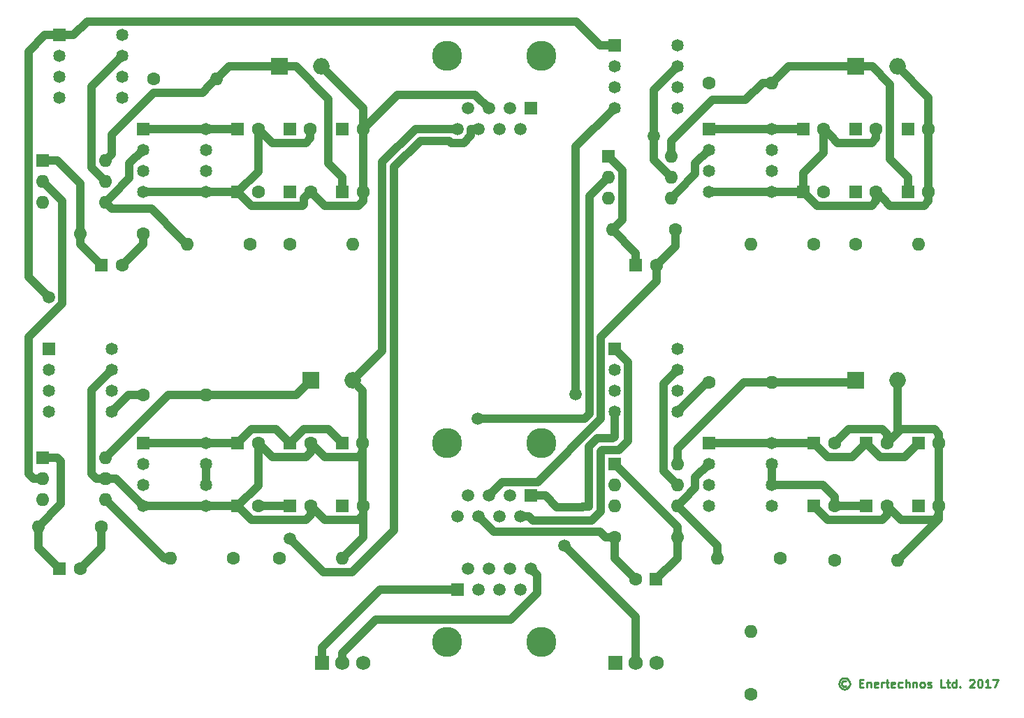
<source format=gbr>
G04 #@! TF.FileFunction,Copper,L1,Top,Signal*
%FSLAX46Y46*%
G04 Gerber Fmt 4.6, Leading zero omitted, Abs format (unit mm)*
G04 Created by KiCad (PCBNEW 4.0.7) date 01/04/18 11:13:10*
%MOMM*%
%LPD*%
G01*
G04 APERTURE LIST*
%ADD10C,0.100000*%
%ADD11C,0.250000*%
%ADD12R,1.750000X1.750000*%
%ADD13C,1.750000*%
%ADD14C,1.600000*%
%ADD15O,1.600000X1.600000*%
%ADD16R,1.600000X1.600000*%
%ADD17R,2.000000X2.000000*%
%ADD18O,2.000000X2.000000*%
%ADD19R,1.485900X1.485900*%
%ADD20C,1.485900*%
%ADD21C,3.650000*%
%ADD22R,1.500000X1.500000*%
%ADD23C,1.500000*%
%ADD24C,1.000000*%
G04 APERTURE END LIST*
D10*
D11*
X105514284Y4119524D02*
X105419046Y4167143D01*
X105228570Y4167143D01*
X105133332Y4119524D01*
X105038094Y4024286D01*
X104990475Y3929048D01*
X104990475Y3738571D01*
X105038094Y3643333D01*
X105133332Y3548095D01*
X105228570Y3500476D01*
X105419046Y3500476D01*
X105514284Y3548095D01*
X105323808Y4500476D02*
X105085713Y4452857D01*
X104847617Y4310000D01*
X104704760Y4071905D01*
X104657141Y3833810D01*
X104704760Y3595714D01*
X104847617Y3357619D01*
X105085713Y3214762D01*
X105323808Y3167143D01*
X105561903Y3214762D01*
X105799998Y3357619D01*
X105942855Y3595714D01*
X105990475Y3833810D01*
X105942855Y4071905D01*
X105799998Y4310000D01*
X105561903Y4452857D01*
X105323808Y4500476D01*
X107180951Y3881429D02*
X107514285Y3881429D01*
X107657142Y3357619D02*
X107180951Y3357619D01*
X107180951Y4357619D01*
X107657142Y4357619D01*
X108085713Y4024286D02*
X108085713Y3357619D01*
X108085713Y3929048D02*
X108133332Y3976667D01*
X108228570Y4024286D01*
X108371428Y4024286D01*
X108466666Y3976667D01*
X108514285Y3881429D01*
X108514285Y3357619D01*
X109371428Y3405238D02*
X109276190Y3357619D01*
X109085713Y3357619D01*
X108990475Y3405238D01*
X108942856Y3500476D01*
X108942856Y3881429D01*
X108990475Y3976667D01*
X109085713Y4024286D01*
X109276190Y4024286D01*
X109371428Y3976667D01*
X109419047Y3881429D01*
X109419047Y3786190D01*
X108942856Y3690952D01*
X109847618Y3357619D02*
X109847618Y4024286D01*
X109847618Y3833810D02*
X109895237Y3929048D01*
X109942856Y3976667D01*
X110038094Y4024286D01*
X110133333Y4024286D01*
X110323809Y4024286D02*
X110704761Y4024286D01*
X110466666Y4357619D02*
X110466666Y3500476D01*
X110514285Y3405238D01*
X110609523Y3357619D01*
X110704761Y3357619D01*
X111419048Y3405238D02*
X111323810Y3357619D01*
X111133333Y3357619D01*
X111038095Y3405238D01*
X110990476Y3500476D01*
X110990476Y3881429D01*
X111038095Y3976667D01*
X111133333Y4024286D01*
X111323810Y4024286D01*
X111419048Y3976667D01*
X111466667Y3881429D01*
X111466667Y3786190D01*
X110990476Y3690952D01*
X112323810Y3405238D02*
X112228572Y3357619D01*
X112038095Y3357619D01*
X111942857Y3405238D01*
X111895238Y3452857D01*
X111847619Y3548095D01*
X111847619Y3833810D01*
X111895238Y3929048D01*
X111942857Y3976667D01*
X112038095Y4024286D01*
X112228572Y4024286D01*
X112323810Y3976667D01*
X112752381Y3357619D02*
X112752381Y4357619D01*
X113180953Y3357619D02*
X113180953Y3881429D01*
X113133334Y3976667D01*
X113038096Y4024286D01*
X112895238Y4024286D01*
X112800000Y3976667D01*
X112752381Y3929048D01*
X113657143Y4024286D02*
X113657143Y3357619D01*
X113657143Y3929048D02*
X113704762Y3976667D01*
X113800000Y4024286D01*
X113942858Y4024286D01*
X114038096Y3976667D01*
X114085715Y3881429D01*
X114085715Y3357619D01*
X114704762Y3357619D02*
X114609524Y3405238D01*
X114561905Y3452857D01*
X114514286Y3548095D01*
X114514286Y3833810D01*
X114561905Y3929048D01*
X114609524Y3976667D01*
X114704762Y4024286D01*
X114847620Y4024286D01*
X114942858Y3976667D01*
X114990477Y3929048D01*
X115038096Y3833810D01*
X115038096Y3548095D01*
X114990477Y3452857D01*
X114942858Y3405238D01*
X114847620Y3357619D01*
X114704762Y3357619D01*
X115419048Y3405238D02*
X115514286Y3357619D01*
X115704762Y3357619D01*
X115800001Y3405238D01*
X115847620Y3500476D01*
X115847620Y3548095D01*
X115800001Y3643333D01*
X115704762Y3690952D01*
X115561905Y3690952D01*
X115466667Y3738571D01*
X115419048Y3833810D01*
X115419048Y3881429D01*
X115466667Y3976667D01*
X115561905Y4024286D01*
X115704762Y4024286D01*
X115800001Y3976667D01*
X117514287Y3357619D02*
X117038096Y3357619D01*
X117038096Y4357619D01*
X117704763Y4024286D02*
X118085715Y4024286D01*
X117847620Y4357619D02*
X117847620Y3500476D01*
X117895239Y3405238D01*
X117990477Y3357619D01*
X118085715Y3357619D01*
X118847621Y3357619D02*
X118847621Y4357619D01*
X118847621Y3405238D02*
X118752383Y3357619D01*
X118561906Y3357619D01*
X118466668Y3405238D01*
X118419049Y3452857D01*
X118371430Y3548095D01*
X118371430Y3833810D01*
X118419049Y3929048D01*
X118466668Y3976667D01*
X118561906Y4024286D01*
X118752383Y4024286D01*
X118847621Y3976667D01*
X119323811Y3452857D02*
X119371430Y3405238D01*
X119323811Y3357619D01*
X119276192Y3405238D01*
X119323811Y3452857D01*
X119323811Y3357619D01*
X120514287Y4262381D02*
X120561906Y4310000D01*
X120657144Y4357619D01*
X120895240Y4357619D01*
X120990478Y4310000D01*
X121038097Y4262381D01*
X121085716Y4167143D01*
X121085716Y4071905D01*
X121038097Y3929048D01*
X120466668Y3357619D01*
X121085716Y3357619D01*
X121704763Y4357619D02*
X121800002Y4357619D01*
X121895240Y4310000D01*
X121942859Y4262381D01*
X121990478Y4167143D01*
X122038097Y3976667D01*
X122038097Y3738571D01*
X121990478Y3548095D01*
X121942859Y3452857D01*
X121895240Y3405238D01*
X121800002Y3357619D01*
X121704763Y3357619D01*
X121609525Y3405238D01*
X121561906Y3452857D01*
X121514287Y3548095D01*
X121466668Y3738571D01*
X121466668Y3976667D01*
X121514287Y4167143D01*
X121561906Y4262381D01*
X121609525Y4310000D01*
X121704763Y4357619D01*
X122990478Y3357619D02*
X122419049Y3357619D01*
X122704763Y3357619D02*
X122704763Y4357619D01*
X122609525Y4214762D01*
X122514287Y4119524D01*
X122419049Y4071905D01*
X123323811Y4357619D02*
X123990478Y4357619D01*
X123561906Y3357619D01*
D12*
X41990000Y6317436D03*
D13*
X44490000Y6317436D03*
X46990000Y6317436D03*
D12*
X77550000Y6350000D03*
D13*
X80050000Y6350000D03*
X82550000Y6350000D03*
D14*
X104140000Y18796000D03*
D15*
X111760000Y18796000D03*
D16*
X114300000Y33020000D03*
D14*
X116800000Y33020000D03*
D16*
X107990000Y33020000D03*
D14*
X110490000Y33020000D03*
D16*
X107990000Y25400000D03*
D14*
X110490000Y25400000D03*
D16*
X114300000Y25400000D03*
D14*
X116800000Y25400000D03*
D17*
X106680000Y40640000D03*
D18*
X111760000Y40640000D03*
D16*
X77470000Y30480000D03*
D15*
X85090000Y25400000D03*
X77470000Y27940000D03*
X85090000Y27940000D03*
X77470000Y25400000D03*
X85090000Y30480000D03*
D14*
X77470000Y21590000D03*
D15*
X85090000Y21590000D03*
D19*
X77470000Y44450000D03*
D20*
X77470000Y41910000D03*
X77470000Y39370000D03*
X77470000Y36830000D03*
X85090000Y36830000D03*
X85090000Y39370000D03*
X85090000Y41910000D03*
X85090000Y44450000D03*
D16*
X82510000Y16510000D03*
D14*
X80010000Y16510000D03*
X88900000Y40386000D03*
D15*
X96520000Y40386000D03*
D19*
X88900000Y33020000D03*
D20*
X88900000Y30480000D03*
X88900000Y27940000D03*
X88900000Y25400000D03*
X96520000Y25400000D03*
X96520000Y27940000D03*
X96520000Y30480000D03*
X96520000Y33020000D03*
D16*
X101640000Y33020000D03*
D14*
X104140000Y33020000D03*
D16*
X101640000Y25400000D03*
D14*
X104140000Y25400000D03*
X97536000Y19050000D03*
D15*
X89916000Y19050000D03*
D21*
X68580000Y8890000D03*
X57150000Y8890000D03*
D22*
X58420000Y15240000D03*
D23*
X59690000Y17780000D03*
X60960000Y15240000D03*
X62230000Y17780000D03*
X63500000Y15240000D03*
X64770000Y17780000D03*
X66040000Y15240000D03*
X67310000Y17780000D03*
D21*
X57150000Y33020000D03*
X68580000Y33020000D03*
D22*
X67310000Y26670000D03*
D23*
X66040000Y24130000D03*
X64770000Y26670000D03*
X63500000Y24130000D03*
X62230000Y26670000D03*
X60960000Y24130000D03*
X59690000Y26670000D03*
X58420000Y24130000D03*
D21*
X57150000Y80010000D03*
X68580000Y80010000D03*
D22*
X67310000Y73660000D03*
D23*
X66040000Y71120000D03*
X64770000Y73660000D03*
X63500000Y71120000D03*
X62230000Y73660000D03*
X60960000Y71120000D03*
X59690000Y73660000D03*
X58420000Y71120000D03*
D16*
X76708000Y67818000D03*
D15*
X84328000Y62738000D03*
X76708000Y65278000D03*
X84328000Y65278000D03*
X76708000Y62738000D03*
X84328000Y67818000D03*
D16*
X106680000Y71120000D03*
D14*
X109180000Y71120000D03*
D19*
X8890000Y44450000D03*
D20*
X8890000Y41910000D03*
X8890000Y39370000D03*
X8890000Y36830000D03*
X16510000Y36830000D03*
X16510000Y39370000D03*
X16510000Y41910000D03*
X16510000Y44450000D03*
D19*
X77470000Y81280000D03*
D20*
X77470000Y78740000D03*
X77470000Y76200000D03*
X77470000Y73660000D03*
X85090000Y73660000D03*
X85090000Y76200000D03*
X85090000Y78740000D03*
X85090000Y81280000D03*
D19*
X20320000Y33020000D03*
D20*
X20320000Y30480000D03*
X20320000Y27940000D03*
X20320000Y25400000D03*
X27940000Y25400000D03*
X27940000Y27940000D03*
X27940000Y30480000D03*
X27940000Y33020000D03*
D19*
X88900000Y71120000D03*
D20*
X88900000Y68580000D03*
X88900000Y66040000D03*
X88900000Y63500000D03*
X96520000Y63500000D03*
X96520000Y66040000D03*
X96520000Y68580000D03*
X96520000Y71120000D03*
D19*
X20320000Y71120000D03*
D20*
X20320000Y68580000D03*
X20320000Y66040000D03*
X20320000Y63500000D03*
X27940000Y63500000D03*
X27940000Y66040000D03*
X27940000Y68580000D03*
X27940000Y71120000D03*
D19*
X10160000Y82550000D03*
D20*
X10160000Y80010000D03*
X10160000Y77470000D03*
X10160000Y74930000D03*
X17780000Y74930000D03*
X17780000Y77470000D03*
X17780000Y80010000D03*
X17780000Y82550000D03*
D16*
X31790000Y71120000D03*
D14*
X34290000Y71120000D03*
D16*
X38100000Y71120000D03*
D14*
X40600000Y71120000D03*
D16*
X31790000Y63500000D03*
D14*
X34290000Y63500000D03*
D16*
X38140000Y63500000D03*
D14*
X40640000Y63500000D03*
D16*
X31790000Y33020000D03*
D14*
X34290000Y33020000D03*
D16*
X38140000Y33020000D03*
D14*
X40640000Y33020000D03*
D16*
X31790000Y25400000D03*
D14*
X34290000Y25400000D03*
D16*
X38140000Y25400000D03*
D14*
X40640000Y25400000D03*
D16*
X100330000Y71120000D03*
D14*
X102830000Y71120000D03*
D16*
X100330000Y63500000D03*
D14*
X102830000Y63500000D03*
D16*
X106680000Y63500000D03*
D14*
X109180000Y63500000D03*
X93980000Y2540000D03*
D15*
X93980000Y10160000D03*
D14*
X20320000Y58420000D03*
D15*
X12700000Y58420000D03*
D14*
X15240000Y22860000D03*
D15*
X7620000Y22860000D03*
D16*
X44490000Y63500000D03*
D14*
X46990000Y63500000D03*
D16*
X44490000Y71120000D03*
D14*
X46990000Y71120000D03*
D16*
X44490000Y25400000D03*
D14*
X46990000Y25400000D03*
D16*
X44450000Y33020000D03*
D14*
X46950000Y33020000D03*
D16*
X113030000Y63500000D03*
D14*
X115530000Y63500000D03*
D16*
X113030000Y71120000D03*
D14*
X115530000Y71120000D03*
X33274000Y57150000D03*
D15*
X25654000Y57150000D03*
D14*
X38100000Y57150000D03*
D15*
X45720000Y57150000D03*
D14*
X31242000Y19050000D03*
D15*
X23622000Y19050000D03*
D14*
X36830000Y19050000D03*
D15*
X44450000Y19050000D03*
D14*
X101600000Y57150000D03*
D15*
X93980000Y57150000D03*
D14*
X106680000Y57150000D03*
D15*
X114300000Y57150000D03*
D16*
X8128000Y67310000D03*
D15*
X15748000Y62230000D03*
X8128000Y64770000D03*
X15748000Y64770000D03*
X8128000Y62230000D03*
X15748000Y67310000D03*
D16*
X8128000Y31242000D03*
D15*
X15748000Y26162000D03*
X8128000Y28702000D03*
X15748000Y28702000D03*
X8128000Y26162000D03*
X15748000Y31242000D03*
D14*
X21590000Y77216000D03*
D15*
X29210000Y77216000D03*
D14*
X20320000Y38862000D03*
D15*
X27940000Y38862000D03*
D14*
X88900000Y76708000D03*
D15*
X96520000Y76708000D03*
D14*
X84836000Y58928000D03*
D15*
X77216000Y58928000D03*
D17*
X36830000Y78740000D03*
D18*
X41910000Y78740000D03*
D17*
X40640000Y40640000D03*
D18*
X45720000Y40640000D03*
D17*
X106680000Y78740000D03*
D18*
X111760000Y78740000D03*
D16*
X15280000Y54610000D03*
D14*
X17780000Y54610000D03*
D16*
X10200000Y17780000D03*
D14*
X12700000Y17780000D03*
D16*
X80050000Y54610000D03*
D14*
X82550000Y54610000D03*
D23*
X72777028Y38920345D03*
X8872624Y50739011D03*
X60868939Y36024095D03*
X38142002Y21382737D03*
X82231299Y70268626D03*
X71399475Y20592064D03*
D24*
X31790000Y71120000D02*
X27940000Y71120000D01*
X20320000Y71120000D02*
X27940000Y71120000D01*
X96520000Y71120000D02*
X100330000Y71120000D01*
X88900000Y71120000D02*
X96520000Y71120000D01*
X88900000Y40386000D02*
X88646000Y40386000D01*
X96520000Y33020000D02*
X88900000Y33020000D01*
X88646000Y40386000D02*
X85090000Y36830000D01*
X107990000Y33020000D02*
X109690001Y31319999D01*
X109690001Y31319999D02*
X112599999Y31319999D01*
X112599999Y31319999D02*
X114300000Y33020000D01*
X103340001Y31319999D02*
X106289999Y31319999D01*
X106289999Y31319999D02*
X107990000Y33020000D01*
X96520000Y33020000D02*
X101640000Y33020000D01*
X101640000Y33020000D02*
X103340001Y31319999D01*
X15748000Y62230000D02*
X16547999Y61430001D01*
X21373999Y61430001D02*
X24854001Y57949999D01*
X16547999Y61430001D02*
X21373999Y61430001D01*
X24854001Y57949999D02*
X25654000Y57150000D01*
X20320000Y68580000D02*
X18677049Y66937049D01*
X18677049Y66937049D02*
X18677049Y65159049D01*
X18677049Y65159049D02*
X16547999Y63029999D01*
X16547999Y63029999D02*
X15748000Y62230000D01*
X22860000Y19050000D02*
X23622000Y19050000D01*
X15748000Y26162000D02*
X22860000Y19050000D01*
X84328000Y62738000D02*
X84582000Y62738000D01*
X88900000Y68580000D02*
X87257049Y66937049D01*
X87257049Y66937049D02*
X87257049Y65667049D01*
X87257049Y65667049D02*
X85127999Y63537999D01*
X85127999Y63537999D02*
X84328000Y62738000D01*
X85090000Y25400000D02*
X89916000Y20574000D01*
X87257049Y28837049D02*
X87257049Y27567049D01*
X87257049Y27567049D02*
X85889999Y26199999D01*
X89916000Y20574000D02*
X89916000Y19050000D01*
X85889999Y26199999D02*
X85090000Y25400000D01*
X88900000Y30480000D02*
X87257049Y28837049D01*
X72777028Y68967028D02*
X72777028Y39981005D01*
X77470000Y73660000D02*
X72777028Y68967028D01*
X72777028Y39981005D02*
X72777028Y38920345D01*
X67310000Y26670000D02*
X69060000Y26670000D01*
X69060000Y26670000D02*
X70460010Y25269990D01*
X70460010Y25269990D02*
X73549881Y25269990D01*
X73549881Y25269990D02*
X73604505Y25324614D01*
X73604505Y25324614D02*
X74369989Y25324614D01*
X77227059Y33580011D02*
X75370096Y33580011D01*
X75370096Y33580011D02*
X74369989Y32579904D01*
X77470000Y33822953D02*
X77227059Y33580011D01*
X77470000Y36830000D02*
X77470000Y33822953D01*
X74369989Y32579904D02*
X74369989Y25324614D01*
X79112951Y42807049D02*
X77470000Y44450000D01*
X79112951Y33273919D02*
X79112951Y42807049D01*
X78019033Y32180001D02*
X79112951Y33273919D01*
X74667364Y23642076D02*
X75769999Y24744711D01*
X67100660Y24130000D02*
X67588584Y23642076D01*
X66040000Y24130000D02*
X67100660Y24130000D01*
X75769999Y24744711D02*
X75769999Y32000000D01*
X75769999Y32000000D02*
X75949999Y32180000D01*
X75949999Y32180000D02*
X78019033Y32180001D01*
X67588584Y23642076D02*
X74667364Y23642076D01*
X10160000Y82550000D02*
X11902950Y82550000D01*
X11902950Y82550000D02*
X13545901Y84192951D01*
X13545901Y84192951D02*
X72814099Y84192951D01*
X72814099Y84192951D02*
X75727050Y81280000D01*
X75727050Y81280000D02*
X77470000Y81280000D01*
X8122625Y51489010D02*
X8872624Y50739011D01*
X6427999Y53183636D02*
X8122625Y51489010D01*
X6427999Y80560949D02*
X6427999Y53183636D01*
X10160000Y82550000D02*
X8417050Y82550000D01*
X8417050Y82550000D02*
X6427999Y80560949D01*
X67310000Y17780000D02*
X68059999Y17030001D01*
X68059999Y17030001D02*
X68059999Y14817997D01*
X68059999Y14817997D02*
X64857003Y11615001D01*
X44490000Y7554872D02*
X44490000Y6317436D01*
X64857003Y11615001D02*
X48550129Y11615001D01*
X48550129Y11615001D02*
X44490000Y7554872D01*
X74427038Y36596781D02*
X73854352Y36024095D01*
X74427038Y62997038D02*
X74427038Y36596781D01*
X73854352Y36024095D02*
X61929599Y36024095D01*
X76708000Y65278000D02*
X74427038Y62997038D01*
X61929599Y36024095D02*
X60868939Y36024095D01*
X10522625Y49947010D02*
X6427999Y45852384D01*
X8128000Y64770000D02*
X10522625Y62375375D01*
X10522625Y62375375D02*
X10522625Y49947010D01*
X6996630Y28702000D02*
X8128000Y28702000D01*
X6427999Y45852384D02*
X6427999Y29270631D01*
X6427999Y29270631D02*
X6996630Y28702000D01*
X27940000Y33020000D02*
X31790000Y33020000D01*
X20320000Y33020000D02*
X27940000Y33020000D01*
X44450000Y33020000D02*
X42749999Y34720001D01*
X42749999Y34720001D02*
X39840001Y34720001D01*
X39840001Y34720001D02*
X38140000Y33020000D01*
X20320000Y38862000D02*
X18542000Y38862000D01*
X18542000Y38862000D02*
X16510000Y36830000D01*
X38140000Y33020000D02*
X36439999Y34720001D01*
X36439999Y34720001D02*
X33490001Y34720001D01*
X33490001Y34720001D02*
X31790000Y33020000D01*
X15748000Y67310000D02*
X16547999Y68109999D01*
X16547999Y68109999D02*
X16547999Y70453901D01*
X16547999Y70453901D02*
X21610097Y75515999D01*
X21610097Y75515999D02*
X27509999Y75515999D01*
X27509999Y75515999D02*
X28410001Y76416001D01*
X28410001Y76416001D02*
X29210000Y77216000D01*
X36830000Y78740000D02*
X30734000Y78740000D01*
X30734000Y78740000D02*
X29210000Y77216000D01*
X36830000Y78740000D02*
X38830000Y78740000D01*
X38830000Y78740000D02*
X42789999Y74780001D01*
X42789999Y74780001D02*
X42789999Y67000001D01*
X42789999Y67000001D02*
X44490000Y65300000D01*
X44490000Y65300000D02*
X44490000Y63500000D01*
X15748000Y31242000D02*
X23368000Y38862000D01*
X23368000Y38862000D02*
X27940000Y38862000D01*
X27940000Y38862000D02*
X38862000Y38862000D01*
X38862000Y38862000D02*
X40640000Y40640000D01*
X84328000Y67818000D02*
X84328000Y69653902D01*
X84328000Y69653902D02*
X89330280Y74656182D01*
X89330280Y74656182D02*
X93336812Y74656182D01*
X95388630Y76708000D02*
X96520000Y76708000D01*
X93336812Y74656182D02*
X95388630Y76708000D01*
X106680000Y78740000D02*
X108680000Y78740000D01*
X108680000Y78740000D02*
X110880001Y76539999D01*
X110880001Y76539999D02*
X110880001Y67449999D01*
X113030000Y65300000D02*
X113030000Y63500000D01*
X110880001Y67449999D02*
X113030000Y65300000D01*
X106680000Y78740000D02*
X98552000Y78740000D01*
X98552000Y78740000D02*
X96520000Y76708000D01*
X85090000Y30480000D02*
X85090000Y32315902D01*
X95388630Y40386000D02*
X96520000Y40386000D01*
X85090000Y32315902D02*
X93160098Y40386000D01*
X93160098Y40386000D02*
X95388630Y40386000D01*
X106426000Y40386000D02*
X106680000Y40640000D01*
X96520000Y40386000D02*
X106426000Y40386000D01*
X20320000Y58420000D02*
X20320000Y57150000D01*
X20320000Y57150000D02*
X17780000Y54610000D01*
X15240000Y22860000D02*
X15240000Y20320000D01*
X15240000Y20320000D02*
X12700000Y17780000D01*
X63880001Y28320001D02*
X62979999Y27419999D01*
X62979999Y27419999D02*
X62230000Y26670000D01*
X68130172Y28320001D02*
X63880001Y28320001D01*
X75827048Y36016877D02*
X68130172Y28320001D01*
X75827048Y45912950D02*
X75827048Y36016877D01*
X82550000Y52635902D02*
X75827048Y45912950D01*
X82550000Y54610000D02*
X82550000Y52635902D01*
X84836000Y58928000D02*
X84836000Y56896000D01*
X84836000Y56896000D02*
X82550000Y54610000D01*
X60960000Y24130000D02*
X62847934Y22242066D01*
X76338630Y21590000D02*
X77470000Y21590000D01*
X75686564Y22242066D02*
X76338630Y21590000D01*
X62847934Y22242066D02*
X75686564Y22242066D01*
X77470000Y21590000D02*
X77470000Y19050000D01*
X77470000Y19050000D02*
X80010000Y16510000D01*
X12700000Y58420000D02*
X12700000Y57190000D01*
X12700000Y57190000D02*
X15280000Y54610000D01*
X12700000Y58420000D02*
X12700000Y64538000D01*
X12700000Y64538000D02*
X9928000Y67310000D01*
X8128000Y67310000D02*
X9928000Y67310000D01*
X7620000Y22860000D02*
X7620000Y20360000D01*
X7620000Y20360000D02*
X10200000Y17780000D01*
X10376001Y30793999D02*
X10376001Y25616001D01*
X10376001Y25616001D02*
X7620000Y22860000D01*
X9928000Y31242000D02*
X8128000Y31242000D01*
X10376001Y30793999D02*
X9928000Y31242000D01*
X80050000Y56094000D02*
X80050000Y54610000D01*
X77216000Y58928000D02*
X80050000Y56094000D01*
X76708000Y67818000D02*
X78408001Y66117999D01*
X78408001Y66117999D02*
X78408001Y60120001D01*
X78408001Y60120001D02*
X78015999Y59727999D01*
X78015999Y59727999D02*
X77216000Y58928000D01*
X85090000Y21590000D02*
X85090000Y19090000D01*
X85090000Y22860000D02*
X85090000Y21590000D01*
X77470000Y30480000D02*
X85090000Y22860000D01*
X85090000Y19090000D02*
X82510000Y16510000D01*
X62230000Y73660000D02*
X60579999Y75310001D01*
X60579999Y75310001D02*
X51180001Y75310001D01*
X51180001Y75310001D02*
X47789999Y71919999D01*
X47789999Y71919999D02*
X46990000Y71120000D01*
X15748000Y64770000D02*
X14047999Y66470001D01*
X14047999Y66470001D02*
X14047999Y76277999D01*
X14047999Y76277999D02*
X17037051Y79267051D01*
X17037051Y79267051D02*
X17780000Y80010000D01*
X27940000Y63500000D02*
X20320000Y63500000D01*
X31790000Y63500000D02*
X27940000Y63500000D01*
X34290000Y71120000D02*
X35990001Y69419999D01*
X35990001Y69419999D02*
X40031369Y69419999D01*
X40031369Y69419999D02*
X40600000Y69988630D01*
X40600000Y69988630D02*
X40600000Y71120000D01*
X31790000Y63500000D02*
X34290000Y66000000D01*
X34290000Y66000000D02*
X34290000Y71120000D01*
X40640000Y63500000D02*
X39840001Y62700001D01*
X39840001Y62700001D02*
X39840001Y61979999D01*
X39840001Y61979999D02*
X39660001Y61799999D01*
X39660001Y61799999D02*
X33490001Y61799999D01*
X33490001Y61799999D02*
X31790000Y63500000D01*
X46990000Y63500000D02*
X46990000Y62368630D01*
X46990000Y62368630D02*
X46421369Y61799999D01*
X46421369Y61799999D02*
X42340001Y61799999D01*
X42340001Y61799999D02*
X41439999Y62700001D01*
X41439999Y62700001D02*
X40640000Y63500000D01*
X41910000Y78740000D02*
X46990000Y73660000D01*
X46990000Y73660000D02*
X46990000Y71120000D01*
X46990000Y71120000D02*
X46990000Y63500000D01*
X45720000Y40640000D02*
X49319495Y44239495D01*
X49319495Y44239495D02*
X49319495Y67109917D01*
X49319495Y67109917D02*
X53329578Y71120000D01*
X53329578Y71120000D02*
X58420000Y71120000D01*
X40640000Y33020000D02*
X42340001Y31319999D01*
X46950000Y31888630D02*
X46950000Y33020000D01*
X42340001Y31319999D02*
X46381369Y31319999D01*
X46381369Y31319999D02*
X46950000Y31888630D01*
X16879370Y28702000D02*
X15748000Y28702000D01*
X17018000Y28702000D02*
X16879370Y28702000D01*
X20320000Y25400000D02*
X17018000Y28702000D01*
X15748000Y28702000D02*
X14616630Y28702000D01*
X14616630Y28702000D02*
X14047999Y29270631D01*
X14047999Y39447999D02*
X15767051Y41167051D01*
X14047999Y29270631D02*
X14047999Y39447999D01*
X15767051Y41167051D02*
X16510000Y41910000D01*
X34290000Y33020000D02*
X35990001Y31319999D01*
X35990001Y31319999D02*
X40071369Y31319999D01*
X40071369Y31319999D02*
X40640000Y31888630D01*
X40640000Y31888630D02*
X40640000Y33020000D01*
X34290000Y33020000D02*
X34290000Y27900000D01*
X34290000Y27900000D02*
X31790000Y25400000D01*
X46950000Y33020000D02*
X46950000Y34151370D01*
X40640000Y25400000D02*
X40640000Y24268630D01*
X40640000Y24268630D02*
X40071369Y23699999D01*
X40071369Y23699999D02*
X33490001Y23699999D01*
X33490001Y23699999D02*
X31790000Y25400000D01*
X40640000Y25400000D02*
X42340001Y23699999D01*
X42340001Y23699999D02*
X46421369Y23699999D01*
X46421369Y23699999D02*
X46990000Y24268630D01*
X46990000Y24268630D02*
X46990000Y25400000D01*
X46990000Y25400000D02*
X46990000Y21590000D01*
X46990000Y21590000D02*
X44450000Y19050000D01*
X46950000Y33020000D02*
X46950000Y25440000D01*
X46950000Y25440000D02*
X46990000Y25400000D01*
X27940000Y25400000D02*
X31790000Y25400000D01*
X20320000Y25400000D02*
X27940000Y25400000D01*
X45720000Y40640000D02*
X46950000Y39410000D01*
X46950000Y39410000D02*
X46950000Y33020000D01*
X60960000Y71120000D02*
X60070001Y71120000D01*
X60070001Y71120000D02*
X60070001Y70327999D01*
X60070001Y70327999D02*
X59212001Y69469999D01*
X59212001Y69469999D02*
X57627999Y69469999D01*
X57627999Y69469999D02*
X57378008Y69719990D01*
X57378008Y69719990D02*
X53909480Y69719990D01*
X50761361Y66571871D02*
X50761361Y22482364D01*
X53909480Y69719990D02*
X50761361Y66571871D01*
X38892001Y20632738D02*
X38142002Y21382737D01*
X50761361Y22482364D02*
X45604001Y17325004D01*
X45604001Y17325004D02*
X42199735Y17325004D01*
X42199735Y17325004D02*
X38892001Y20632738D01*
X27940000Y27940000D02*
X27940000Y30480000D01*
X34290000Y25400000D02*
X38140000Y25400000D01*
X100330000Y63500000D02*
X102030001Y61799999D01*
X102030001Y61799999D02*
X108611369Y61799999D01*
X108611369Y61799999D02*
X109180000Y62368630D01*
X109180000Y62368630D02*
X109180000Y63500000D01*
X96520000Y63500000D02*
X100330000Y63500000D01*
X88900000Y63500000D02*
X96520000Y63500000D01*
X109180000Y71120000D02*
X109180000Y69988630D01*
X109180000Y69988630D02*
X108611369Y69419999D01*
X103629999Y70320001D02*
X102830000Y71120000D01*
X108611369Y69419999D02*
X104530001Y69419999D01*
X104530001Y69419999D02*
X103629999Y70320001D01*
X115530000Y71120000D02*
X115530000Y74970000D01*
X115530000Y74970000D02*
X111760000Y78740000D01*
X82231299Y69207966D02*
X82231299Y70268626D01*
X84328000Y65278000D02*
X82231299Y67374701D01*
X82231299Y67374701D02*
X82231299Y69207966D01*
X82231299Y71329286D02*
X82231299Y70268626D01*
X85090000Y78740000D02*
X82231299Y75881299D01*
X82231299Y75881299D02*
X82231299Y71329286D01*
X100330000Y65786000D02*
X102830000Y68286000D01*
X102830000Y68286000D02*
X102830000Y71120000D01*
X100330000Y63500000D02*
X100330000Y65786000D01*
X115530000Y63500000D02*
X115530000Y62368630D01*
X115530000Y62368630D02*
X114961369Y61799999D01*
X110880001Y61799999D02*
X109979999Y62700001D01*
X114961369Y61799999D02*
X110880001Y61799999D01*
X109979999Y62700001D02*
X109180000Y63500000D01*
X115530000Y71120000D02*
X115530000Y63500000D01*
X83389999Y40209999D02*
X84347051Y41167051D01*
X84347051Y41167051D02*
X85090000Y41910000D01*
X85090000Y27940000D02*
X83389999Y29640001D01*
X83389999Y29640001D02*
X83389999Y40209999D01*
X111760000Y34290000D02*
X112190001Y34720001D01*
X110490000Y34151370D02*
X110490000Y33020000D01*
X109921369Y34720001D02*
X110490000Y34151370D01*
X111760000Y34290000D02*
X110490000Y33020000D01*
X116800000Y34151370D02*
X116800000Y33020000D01*
X112190001Y34720001D02*
X116231369Y34720001D01*
X116800000Y33020000D02*
X116800000Y25400000D01*
X116231369Y34720001D02*
X116800000Y34151370D01*
X104140000Y33020000D02*
X105840001Y34720001D01*
X105840001Y34720001D02*
X109921369Y34720001D01*
X111760000Y40640000D02*
X111760000Y34290000D01*
X110490000Y25400000D02*
X110490000Y24268630D01*
X110490000Y24268630D02*
X109921369Y23699999D01*
X109921369Y23699999D02*
X103340001Y23699999D01*
X103340001Y23699999D02*
X101640000Y25400000D01*
X116800000Y24268630D02*
X116231369Y23699999D01*
X116800000Y25400000D02*
X116800000Y23836000D01*
X116800000Y23836000D02*
X111760000Y18796000D01*
X116800000Y25400000D02*
X116800000Y24268630D01*
X116231369Y23699999D02*
X112190001Y23699999D01*
X112190001Y23699999D02*
X111289999Y24600001D01*
X111289999Y24600001D02*
X110490000Y25400000D01*
X104140000Y26531370D02*
X102731370Y27940000D01*
X104140000Y25400000D02*
X104140000Y26531370D01*
X107990000Y25400000D02*
X104140000Y25400000D01*
X102731370Y27940000D02*
X97570689Y27940000D01*
X96520000Y27940000D02*
X96520000Y30480000D01*
X97570689Y27940000D02*
X96520000Y27940000D01*
X58420000Y15240000D02*
X49037564Y15240000D01*
X49037564Y15240000D02*
X41990000Y8192436D01*
X41990000Y8192436D02*
X41990000Y6317436D01*
X80050000Y11941539D02*
X80050000Y6350000D01*
X71399475Y20592064D02*
X80050000Y11941539D01*
M02*

</source>
